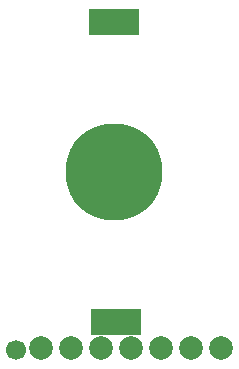
<source format=gbr>
G04 DipTrace 3.3.1.3*
G04 TopMask.gbr*
%MOMM*%
G04 #@! TF.FileFunction,Soldermask,Top*
G04 #@! TF.Part,Single*
%ADD25C,8.2*%
%ADD27R,4.2X2.2*%
%ADD29C,1.7*%
%ADD31C,2.0*%
%FSLAX35Y35*%
G04*
G71*
G90*
G75*
G01*
G04 TopMask*
%LPD*%
D31*
X2105077Y133333D3*
X1851077D3*
X1597077D3*
X1343077D3*
X1089077D3*
X835077D3*
X581077D3*
D29*
X364217Y122473D3*
D27*
X1210267Y356890D3*
D25*
X1200267Y1626890D3*
D27*
Y2896890D3*
M02*

</source>
